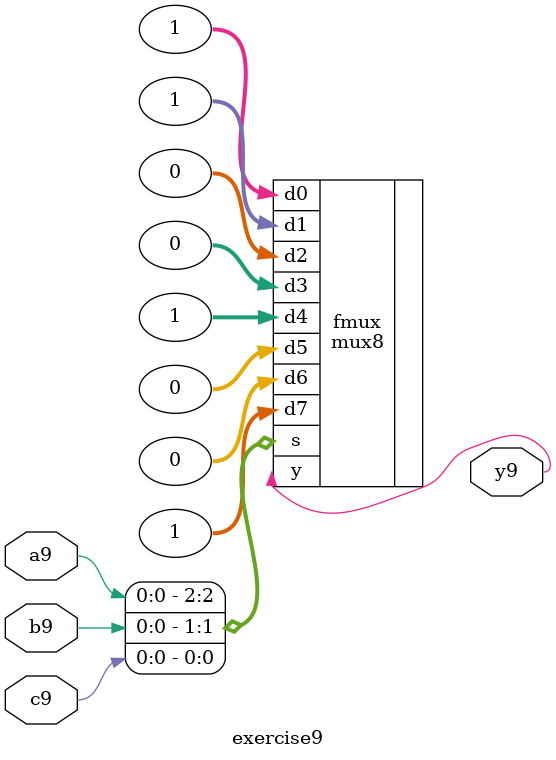
<source format=sv>
`timescale 1ns / 1ps


module exercise9(
    input logic a9, b9, c9,
    output logic y9
    );

    //     10x  | x00  |  011
    // y = a~b | ~b~c | ~abc 
    mux8 fmux(.s({a9, b9, c9}), .d0(1), .d1(1), .d2(0), .d3(0), .d4(1), .d5(0), .d6(0), .d7(1), .y(y9));
endmodule

</source>
